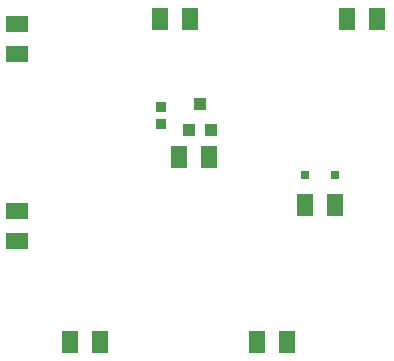
<source format=gbp>
G04 #@! TF.GenerationSoftware,KiCad,Pcbnew,7.0.9*
G04 #@! TF.CreationDate,2023-12-23T15:59:00+01:00*
G04 #@! TF.ProjectId,hub-1-wire,6875622d-312d-4776-9972-652e6b696361,v1.0*
G04 #@! TF.SameCoordinates,Original*
G04 #@! TF.FileFunction,Paste,Bot*
G04 #@! TF.FilePolarity,Positive*
%FSLAX46Y46*%
G04 Gerber Fmt 4.6, Leading zero omitted, Abs format (unit mm)*
G04 Created by KiCad (PCBNEW 7.0.9) date 2023-12-23 15:59:00*
%MOMM*%
%LPD*%
G01*
G04 APERTURE LIST*
G04 Aperture macros list*
%AMOutline4P*
0 Free polygon, 4 corners , with rotation*
0 The origin of the aperture is its center*
0 number of corners: always 4*
0 $1 to $8 corner X, Y*
0 $9 Rotation angle, in degrees counterclockwise*
0 create outline with 4 corners*
4,1,4,$1,$2,$3,$4,$5,$6,$7,$8,$1,$2,$9*%
G04 Aperture macros list end*
%ADD10R,1.000000X1.000000*%
%ADD11Outline4P,-0.650000X-0.900000X0.650000X-0.900000X0.650000X0.900000X-0.650000X0.900000X180.000000*%
%ADD12R,0.800000X0.800000*%
%ADD13Outline4P,-0.650000X-0.900000X0.650000X-0.900000X0.650000X0.900000X-0.650000X0.900000X0.000000*%
%ADD14Outline4P,-0.650000X-0.900000X0.650000X-0.900000X0.650000X0.900000X-0.650000X0.900000X270.000000*%
%ADD15R,0.900000X0.900000*%
G04 APERTURE END LIST*
D10*
X154620000Y-84058000D03*
X152720000Y-84058000D03*
X153670000Y-81858000D03*
D11*
X154432000Y-86360000D03*
X151892000Y-86360000D03*
X165100000Y-90424000D03*
X162560000Y-90424000D03*
D12*
X165100000Y-87884000D03*
X162560000Y-87884000D03*
D13*
X158496000Y-101981000D03*
X161036000Y-101981000D03*
D11*
X152781000Y-74676000D03*
X150241000Y-74676000D03*
D13*
X142621000Y-101981000D03*
X145161000Y-101981000D03*
D14*
X138176000Y-75057000D03*
X138176000Y-77597000D03*
X138176000Y-90932000D03*
X138176000Y-93472000D03*
D15*
X150368000Y-82079000D03*
X150368000Y-83529000D03*
D11*
X168656000Y-74676000D03*
X166116000Y-74676000D03*
M02*

</source>
